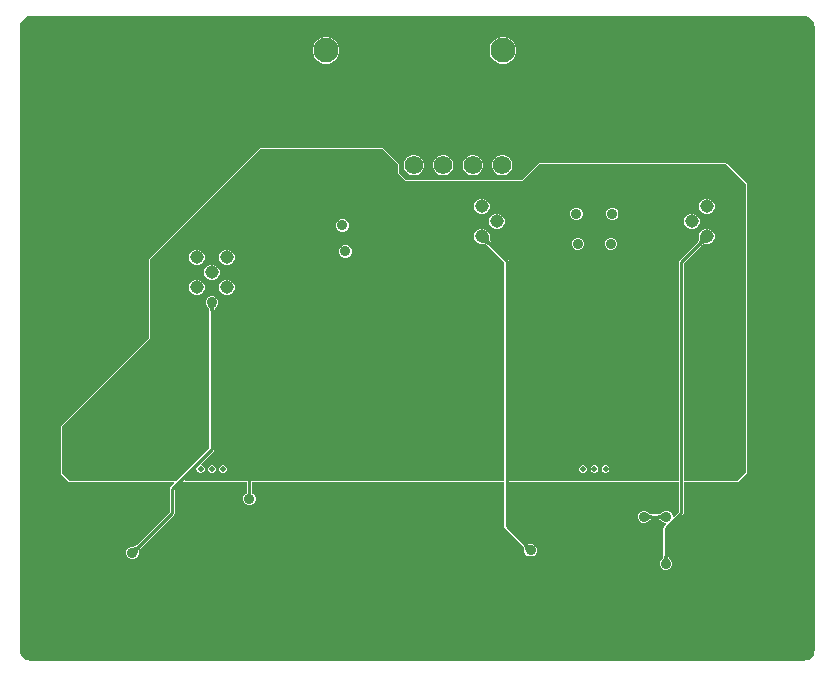
<source format=gbr>
%TF.GenerationSoftware,Altium Limited,Altium Designer,24.1.2 (44)*%
G04 Layer_Physical_Order=4*
G04 Layer_Color=16711680*
%FSLAX45Y45*%
%MOMM*%
%TF.SameCoordinates,52D7BD39-7FF0-4AB0-A2C0-E3239692A872*%
%TF.FilePolarity,Positive*%
%TF.FileFunction,Copper,L4,Bot,Signal*%
%TF.Part,Single*%
G01*
G75*
%TA.AperFunction,Conductor*%
%ADD29C,0.25400*%
%TA.AperFunction,ComponentPad*%
%ADD32C,1.56000*%
%ADD33C,2.10000*%
%TA.AperFunction,ViaPad*%
%ADD34C,0.88900*%
%ADD35C,1.14300*%
%ADD36C,0.50000*%
G36*
X16209435Y11260996D02*
X16227927Y11253337D01*
X16244566Y11242218D01*
X16258717Y11228066D01*
X16269836Y11211426D01*
X16277496Y11192935D01*
X16281400Y11173307D01*
Y11163300D01*
Y5905500D01*
Y5895493D01*
X16277496Y5875864D01*
X16269836Y5857374D01*
X16258717Y5840734D01*
X16244566Y5826582D01*
X16227927Y5815463D01*
X16209435Y5807804D01*
X16189807Y5803900D01*
X9641993D01*
X9622364Y5807804D01*
X9603874Y5815463D01*
X9587234Y5826582D01*
X9573082Y5840734D01*
X9561963Y5857374D01*
X9554304Y5875864D01*
X9550400Y5895493D01*
Y5905500D01*
Y11163300D01*
Y11173307D01*
X9554304Y11192935D01*
X9561963Y11211426D01*
X9573082Y11228066D01*
X9587234Y11242218D01*
X9603874Y11253337D01*
X9622364Y11260996D01*
X9641993Y11264900D01*
X16189807D01*
X16209435Y11260996D01*
D02*
G37*
%LPC*%
G36*
X13654626Y11085420D02*
X13624973D01*
X13596330Y11077745D01*
X13570650Y11062918D01*
X13549683Y11041950D01*
X13534856Y11016270D01*
X13527180Y10987627D01*
Y10957973D01*
X13534856Y10929330D01*
X13549683Y10903650D01*
X13570650Y10882682D01*
X13596330Y10867855D01*
X13624973Y10860180D01*
X13654626D01*
X13683270Y10867855D01*
X13708949Y10882682D01*
X13729918Y10903650D01*
X13744745Y10929330D01*
X13752420Y10957973D01*
Y10987627D01*
X13744745Y11016270D01*
X13729918Y11041950D01*
X13708949Y11062918D01*
X13683270Y11077745D01*
X13654626Y11085420D01*
D02*
G37*
G36*
X12157127D02*
X12127473D01*
X12098830Y11077745D01*
X12073150Y11062918D01*
X12052182Y11041950D01*
X12037355Y11016270D01*
X12029680Y10987627D01*
Y10957973D01*
X12037355Y10929330D01*
X12052182Y10903650D01*
X12073150Y10882682D01*
X12098830Y10867855D01*
X12127473Y10860180D01*
X12157127D01*
X12185770Y10867855D01*
X12211450Y10882682D01*
X12232419Y10903650D01*
X12247245Y10929330D01*
X12254920Y10957973D01*
Y10987627D01*
X12247245Y11016270D01*
X12232419Y11041950D01*
X12211450Y11062918D01*
X12185770Y11077745D01*
X12157127Y11085420D01*
D02*
G37*
G36*
X13646072Y10085920D02*
X13623528D01*
X13601752Y10080085D01*
X13582228Y10068813D01*
X13566287Y10052872D01*
X13555016Y10033348D01*
X13549181Y10011572D01*
Y9989028D01*
X13555016Y9967252D01*
X13566287Y9947728D01*
X13582228Y9931787D01*
X13601752Y9920515D01*
X13623528Y9914680D01*
X13646072D01*
X13667848Y9920515D01*
X13687372Y9931787D01*
X13703313Y9947728D01*
X13714584Y9967252D01*
X13720419Y9989028D01*
Y10011572D01*
X13714584Y10033348D01*
X13703313Y10052872D01*
X13687372Y10068813D01*
X13667848Y10080085D01*
X13646072Y10085920D01*
D02*
G37*
G36*
X13396072D02*
X13373528D01*
X13351752Y10080085D01*
X13332228Y10068813D01*
X13316287Y10052872D01*
X13305016Y10033348D01*
X13299181Y10011572D01*
Y9989028D01*
X13305016Y9967252D01*
X13316287Y9947728D01*
X13332228Y9931787D01*
X13351752Y9920515D01*
X13373528Y9914680D01*
X13396072D01*
X13417848Y9920515D01*
X13437372Y9931787D01*
X13453313Y9947728D01*
X13464584Y9967252D01*
X13470419Y9989028D01*
Y10011572D01*
X13464584Y10033348D01*
X13453313Y10052872D01*
X13437372Y10068813D01*
X13417848Y10080085D01*
X13396072Y10085920D01*
D02*
G37*
G36*
X13146072D02*
X13123528D01*
X13101752Y10080085D01*
X13082228Y10068813D01*
X13066287Y10052872D01*
X13055016Y10033348D01*
X13049181Y10011572D01*
Y9989028D01*
X13055016Y9967252D01*
X13066287Y9947728D01*
X13082228Y9931787D01*
X13101752Y9920515D01*
X13123528Y9914680D01*
X13146072D01*
X13167848Y9920515D01*
X13187372Y9931787D01*
X13203313Y9947728D01*
X13214584Y9967252D01*
X13220419Y9989028D01*
Y10011572D01*
X13214584Y10033348D01*
X13203313Y10052872D01*
X13187372Y10068813D01*
X13167848Y10080085D01*
X13146072Y10085920D01*
D02*
G37*
G36*
X12896072D02*
X12873528D01*
X12851752Y10080085D01*
X12832228Y10068813D01*
X12816287Y10052872D01*
X12805016Y10033348D01*
X12799180Y10011572D01*
Y9989028D01*
X12805016Y9967252D01*
X12816287Y9947728D01*
X12832228Y9931787D01*
X12851752Y9920515D01*
X12873528Y9914680D01*
X12896072D01*
X12917848Y9920515D01*
X12937372Y9931787D01*
X12953313Y9947728D01*
X12964584Y9967252D01*
X12970419Y9989028D01*
Y10011572D01*
X12964584Y10033348D01*
X12953313Y10052872D01*
X12937372Y10068813D01*
X12917848Y10080085D01*
X12896072Y10085920D01*
D02*
G37*
G36*
X12623800Y10142848D02*
X11582400D01*
X11576568Y10140432D01*
X10649468Y9213332D01*
X10647052Y9207500D01*
Y8537816D01*
X9900168Y7790932D01*
X9897752Y7785100D01*
Y7391400D01*
X9900168Y7385568D01*
X9963668Y7322068D01*
X9969500Y7319652D01*
X10852186D01*
X10857047Y7307919D01*
X10824800Y7275672D01*
X10820309Y7268951D01*
X10818731Y7261022D01*
X10818732Y7261021D01*
Y7063431D01*
X10537837Y6782536D01*
X10537350Y6782361D01*
X10534767Y6780013D01*
X10532275Y6778145D01*
X10529571Y6776492D01*
X10526637Y6775045D01*
X10523453Y6773807D01*
X10520003Y6772782D01*
X10516281Y6771980D01*
X10512277Y6771409D01*
X10507993Y6771079D01*
X10503199Y6770994D01*
X10501764Y6770370D01*
X10492543D01*
X10473405Y6762443D01*
X10458757Y6747795D01*
X10450830Y6728657D01*
Y6707943D01*
X10458757Y6688805D01*
X10473405Y6674157D01*
X10492543Y6666230D01*
X10513257D01*
X10532395Y6674157D01*
X10547043Y6688805D01*
X10554970Y6707943D01*
Y6717164D01*
X10555594Y6718599D01*
X10555679Y6723393D01*
X10556009Y6727677D01*
X10556580Y6731681D01*
X10557382Y6735404D01*
X10558407Y6738853D01*
X10559645Y6742037D01*
X10561092Y6744971D01*
X10562746Y6747676D01*
X10564612Y6750167D01*
X10566961Y6752750D01*
X10567136Y6753237D01*
X10854099Y7040199D01*
X10854100Y7040200D01*
X10858591Y7046921D01*
X10860168Y7054850D01*
X10860168Y7054851D01*
Y7252440D01*
X10932068Y7324340D01*
X10941230Y7323834D01*
X10946389Y7322068D01*
X10947904Y7321440D01*
X10949064Y7320280D01*
X10950705D01*
X10952221Y7319652D01*
X11472782D01*
Y7223278D01*
X11464005Y7219643D01*
X11449357Y7204995D01*
X11441430Y7185857D01*
Y7165143D01*
X11449357Y7146005D01*
X11464005Y7131357D01*
X11483143Y7123430D01*
X11503857D01*
X11522995Y7131357D01*
X11537643Y7146005D01*
X11545570Y7165143D01*
Y7185857D01*
X11537643Y7204995D01*
X11522995Y7219643D01*
X11514218Y7223278D01*
Y7319652D01*
X13649734D01*
Y6943639D01*
X13649734Y6943638D01*
X13651312Y6935710D01*
X13655803Y6928988D01*
X13809808Y6774982D01*
X13809984Y6774495D01*
X13812334Y6771913D01*
X13814200Y6769420D01*
X13815854Y6766717D01*
X13817300Y6763783D01*
X13818539Y6760598D01*
X13819563Y6757148D01*
X13820366Y6753427D01*
X13820937Y6749422D01*
X13821268Y6745138D01*
X13821352Y6740345D01*
X13821976Y6738910D01*
Y6729688D01*
X13829903Y6710550D01*
X13844550Y6695903D01*
X13863689Y6687975D01*
X13884402D01*
X13903542Y6695903D01*
X13918188Y6710550D01*
X13926115Y6729688D01*
Y6750403D01*
X13918188Y6769541D01*
X13903542Y6784188D01*
X13884402Y6792115D01*
X13875182D01*
X13873746Y6792740D01*
X13868953Y6792824D01*
X13864668Y6793154D01*
X13860664Y6793725D01*
X13856943Y6794527D01*
X13853493Y6795553D01*
X13850308Y6796791D01*
X13847374Y6798237D01*
X13844670Y6799892D01*
X13842178Y6801758D01*
X13839597Y6804107D01*
X13839108Y6804282D01*
X13691171Y6952220D01*
Y7319652D01*
X15130382D01*
Y7067083D01*
X15087903Y7024605D01*
X15076170Y7029465D01*
Y7033457D01*
X15068243Y7052595D01*
X15053595Y7067243D01*
X15034457Y7075170D01*
X15013744D01*
X14994604Y7067243D01*
X14988084Y7060722D01*
X14986629Y7060149D01*
X14983180Y7056821D01*
X14979916Y7054023D01*
X14976682Y7051595D01*
X14973483Y7049531D01*
X14970319Y7047816D01*
X14967192Y7046441D01*
X14964090Y7045387D01*
X14961011Y7044646D01*
X14957928Y7044204D01*
X14954442Y7044038D01*
X14953973Y7043818D01*
X14903728D01*
X14903258Y7044039D01*
X14899770Y7044204D01*
X14896690Y7044646D01*
X14893607Y7045388D01*
X14890508Y7046441D01*
X14887383Y7047816D01*
X14884216Y7049531D01*
X14881020Y7051595D01*
X14877786Y7054021D01*
X14874519Y7056821D01*
X14871072Y7060149D01*
X14869615Y7060722D01*
X14863095Y7067243D01*
X14843958Y7075170D01*
X14823244D01*
X14804105Y7067243D01*
X14789458Y7052595D01*
X14781531Y7033457D01*
Y7012743D01*
X14789458Y6993605D01*
X14804105Y6978957D01*
X14823244Y6971030D01*
X14843958D01*
X14863095Y6978957D01*
X14869615Y6985478D01*
X14871072Y6986051D01*
X14874519Y6989379D01*
X14877785Y6992177D01*
X14881020Y6994605D01*
X14884216Y6996669D01*
X14887383Y6998384D01*
X14890508Y6999759D01*
X14893610Y7000813D01*
X14896690Y7001554D01*
X14899771Y7001996D01*
X14903258Y7002162D01*
X14903726Y7002382D01*
X14953973D01*
X14954442Y7002161D01*
X14957930Y7001996D01*
X14961009Y7001554D01*
X14964093Y7000812D01*
X14967192Y6999759D01*
X14970319Y6998384D01*
X14973483Y6996669D01*
X14976682Y6994605D01*
X14979913Y6992179D01*
X14983180Y6989379D01*
X14986629Y6986051D01*
X14988084Y6985478D01*
X14994604Y6978957D01*
X15013744Y6971030D01*
X15017735D01*
X15022595Y6959297D01*
X15005295Y6941996D01*
X15000804Y6935275D01*
X14999226Y6927346D01*
X14999226Y6927345D01*
Y6694792D01*
X14999007Y6694323D01*
X14998840Y6690835D01*
X14998399Y6687756D01*
X14997656Y6684672D01*
X14996603Y6681574D01*
X14995229Y6678448D01*
X14993513Y6675283D01*
X14991449Y6672084D01*
X14989023Y6668851D01*
X14986224Y6665585D01*
X14982896Y6662137D01*
X14982323Y6660681D01*
X14975803Y6654160D01*
X14967876Y6635023D01*
Y6614308D01*
X14975803Y6595170D01*
X14990450Y6580523D01*
X15009587Y6572595D01*
X15030302D01*
X15049440Y6580523D01*
X15064087Y6595170D01*
X15072015Y6614308D01*
Y6635023D01*
X15064087Y6654160D01*
X15057567Y6660681D01*
X15056995Y6662137D01*
X15053665Y6665585D01*
X15050868Y6668849D01*
X15048441Y6672084D01*
X15046376Y6675283D01*
X15044661Y6678448D01*
X15043286Y6681573D01*
X15042232Y6684675D01*
X15041492Y6687755D01*
X15041049Y6690836D01*
X15040883Y6694323D01*
X15040663Y6694791D01*
Y6918764D01*
X15165750Y7043852D01*
X15170241Y7050573D01*
X15171819Y7058502D01*
X15171819Y7058503D01*
Y7319652D01*
X15621001D01*
X15626833Y7322068D01*
X15703032Y7398268D01*
X15705447Y7404100D01*
Y9842500D01*
X15703032Y9848332D01*
X15537932Y10013432D01*
X15532100Y10015848D01*
X13944600D01*
X13938768Y10013432D01*
X13801485Y9876148D01*
X12817715D01*
X12759048Y9934816D01*
Y10007600D01*
X12756632Y10013432D01*
X12629632Y10140432D01*
X12623800Y10142848D01*
D02*
G37*
%LPD*%
G36*
X15366428Y9340853D02*
X15359006Y9340767D01*
X15345502Y9339620D01*
X15339421Y9338559D01*
X15333788Y9337174D01*
X15328603Y9335463D01*
X15323865Y9333428D01*
X15319572Y9331068D01*
X15315729Y9328382D01*
X15312334Y9325372D01*
X15294373Y9343333D01*
X15297382Y9346729D01*
X15300069Y9350573D01*
X15302428Y9354864D01*
X15304463Y9359602D01*
X15306174Y9364788D01*
X15307559Y9370421D01*
X15308620Y9376502D01*
X15309357Y9383030D01*
X15309767Y9390006D01*
X15309853Y9397428D01*
X15366428Y9340853D01*
D02*
G37*
G36*
X13519234Y9390006D02*
X13520380Y9376502D01*
X13521442Y9370421D01*
X13522826Y9364788D01*
X13524538Y9359602D01*
X13526572Y9354864D01*
X13528932Y9350573D01*
X13531618Y9346729D01*
X13534628Y9343333D01*
X13516667Y9325372D01*
X13513271Y9328382D01*
X13509427Y9331068D01*
X13505136Y9333428D01*
X13500398Y9335463D01*
X13495212Y9337174D01*
X13489578Y9338559D01*
X13483498Y9339620D01*
X13476970Y9340356D01*
X13469994Y9340767D01*
X13462572Y9340853D01*
X13519147Y9397428D01*
X13519234Y9390006D01*
D02*
G37*
G36*
X11203616Y8803832D02*
X11200486Y8800179D01*
X11197723Y8796498D01*
X11195329Y8792788D01*
X11193304Y8789050D01*
X11191646Y8785284D01*
X11190357Y8781489D01*
X11189437Y8777665D01*
X11188884Y8773813D01*
X11188700Y8769933D01*
X11163300D01*
X11163116Y8773813D01*
X11162563Y8777665D01*
X11161643Y8781489D01*
X11160354Y8785284D01*
X11158696Y8789050D01*
X11156671Y8792788D01*
X11154277Y8796498D01*
X11151514Y8800179D01*
X11148384Y8803832D01*
X11144885Y8807456D01*
X11207115D01*
X11203616Y8803832D01*
D02*
G37*
G36*
X12750800Y10007600D02*
Y9931400D01*
X12814301Y9867900D01*
X13804900D01*
X13944600Y10007600D01*
X15532100D01*
X15697200Y9842500D01*
Y7404100D01*
X15621001Y7327900D01*
X15171819D01*
Y9173518D01*
X15317339Y9319040D01*
X15317804Y9319200D01*
X15320844Y9321894D01*
X15323936Y9324055D01*
X15327489Y9326009D01*
X15331528Y9327743D01*
X15336069Y9329241D01*
X15341116Y9330482D01*
X15346564Y9331433D01*
X15359404Y9332523D01*
X15366524Y9332605D01*
X15367984Y9333230D01*
X15379884D01*
X15403690Y9343091D01*
X15421909Y9361311D01*
X15431770Y9385116D01*
Y9410884D01*
X15421909Y9434689D01*
X15403690Y9452909D01*
X15379884Y9462770D01*
X15354115D01*
X15330312Y9452909D01*
X15312091Y9434689D01*
X15302229Y9410884D01*
Y9398984D01*
X15301605Y9397524D01*
X15301521Y9390296D01*
X15301135Y9383736D01*
X15300452Y9377673D01*
X15299483Y9372117D01*
X15298241Y9367069D01*
X15296742Y9362527D01*
X15295007Y9358488D01*
X15293053Y9354934D01*
X15290894Y9351842D01*
X15288200Y9348804D01*
X15288040Y9348339D01*
X15136450Y9196750D01*
X15131960Y9190029D01*
X15130382Y9182100D01*
X15130382Y9182099D01*
Y7327900D01*
X13691171D01*
Y9189547D01*
X13689594Y9197476D01*
X13685103Y9204197D01*
X13685101Y9204197D01*
X13540961Y9348339D01*
X13540800Y9348804D01*
X13538106Y9351843D01*
X13535945Y9354936D01*
X13533990Y9358489D01*
X13532257Y9362527D01*
X13530759Y9367069D01*
X13529518Y9372116D01*
X13528568Y9377563D01*
X13527477Y9390404D01*
X13527396Y9397524D01*
X13526770Y9398984D01*
Y9410884D01*
X13516908Y9434689D01*
X13498689Y9452909D01*
X13474884Y9462770D01*
X13449117D01*
X13425311Y9452909D01*
X13407091Y9434689D01*
X13397231Y9410884D01*
Y9385116D01*
X13407091Y9361311D01*
X13425311Y9343091D01*
X13449117Y9333230D01*
X13461015D01*
X13462476Y9332605D01*
X13469704Y9332522D01*
X13476263Y9332135D01*
X13482327Y9331452D01*
X13487883Y9330483D01*
X13492931Y9329241D01*
X13497473Y9327743D01*
X13501512Y9326008D01*
X13505066Y9324053D01*
X13508157Y9321893D01*
X13511195Y9319200D01*
X13511661Y9319040D01*
X13649734Y9180965D01*
Y7327900D01*
X10952221D01*
X10947361Y7339633D01*
X11035680Y7427952D01*
X11048380Y7423011D01*
X11053346Y7411022D01*
X11062522Y7401846D01*
X11074512Y7396880D01*
X11087488D01*
X11099478Y7401846D01*
X11108654Y7411022D01*
X11113620Y7423012D01*
Y7435988D01*
X11108654Y7447978D01*
X11099478Y7457154D01*
X11087489Y7462120D01*
X11082548Y7474820D01*
X11190649Y7582922D01*
X11190650Y7582922D01*
X11195141Y7589644D01*
X11196718Y7597572D01*
Y8769073D01*
X11196939Y8769542D01*
X11197104Y8773030D01*
X11197546Y8776109D01*
X11198288Y8779193D01*
X11199341Y8782292D01*
X11200716Y8785418D01*
X11202431Y8788583D01*
X11204495Y8791781D01*
X11206921Y8795014D01*
X11209721Y8798280D01*
X11213049Y8801728D01*
X11213622Y8803185D01*
X11220143Y8809705D01*
X11228070Y8828843D01*
Y8849557D01*
X11220143Y8868695D01*
X11205495Y8883343D01*
X11186357Y8891270D01*
X11165643D01*
X11146505Y8883343D01*
X11131857Y8868695D01*
X11123930Y8849557D01*
Y8828843D01*
X11131857Y8809705D01*
X11138378Y8803185D01*
X11138951Y8801728D01*
X11142279Y8798280D01*
X11145077Y8795016D01*
X11147505Y8791781D01*
X11149569Y8788583D01*
X11151284Y8785418D01*
X11152659Y8782292D01*
X11153713Y8779190D01*
X11154454Y8776110D01*
X11154896Y8773029D01*
X11155062Y8769542D01*
X11155282Y8769074D01*
Y7606154D01*
X10877028Y7327900D01*
X9969500D01*
X9906000Y7391400D01*
Y7785100D01*
X10655300Y8534400D01*
Y9207500D01*
X11582400Y10134600D01*
X12623800D01*
X12750800Y10007600D01*
D02*
G37*
G36*
X14992355Y6991985D02*
X14988731Y6995484D01*
X14985078Y6998614D01*
X14981398Y7001377D01*
X14977689Y7003771D01*
X14973950Y7005796D01*
X14970184Y7007454D01*
X14966389Y7008743D01*
X14962566Y7009663D01*
X14958713Y7010216D01*
X14954832Y7010400D01*
Y7035800D01*
X14958713Y7035984D01*
X14962566Y7036537D01*
X14966389Y7037457D01*
X14970184Y7038746D01*
X14973950Y7040404D01*
X14977689Y7042429D01*
X14981398Y7044823D01*
X14985078Y7047586D01*
X14988731Y7050716D01*
X14992355Y7054215D01*
Y6991985D01*
D02*
G37*
G36*
X14868968Y7050716D02*
X14872621Y7047586D01*
X14876302Y7044823D01*
X14880013Y7042429D01*
X14883749Y7040404D01*
X14887515Y7038746D01*
X14891312Y7037457D01*
X14895135Y7036537D01*
X14898987Y7035984D01*
X14902867Y7035800D01*
Y7010400D01*
X14898987Y7010216D01*
X14895135Y7009663D01*
X14891312Y7008743D01*
X14887515Y7007454D01*
X14883749Y7005796D01*
X14880013Y7003771D01*
X14876302Y7001377D01*
X14872621Y6998614D01*
X14868968Y6995484D01*
X14865344Y6991985D01*
Y7054215D01*
X14868968Y7050716D01*
D02*
G37*
G36*
X13836922Y6795391D02*
X13840034Y6793058D01*
X13843390Y6791006D01*
X13846985Y6789234D01*
X13850819Y6787742D01*
X13854897Y6786531D01*
X13859212Y6785601D01*
X13863768Y6784951D01*
X13868564Y6784582D01*
X13873601Y6784493D01*
X13829597Y6740490D01*
X13829509Y6745527D01*
X13829140Y6750323D01*
X13828490Y6754880D01*
X13827560Y6759196D01*
X13826349Y6763271D01*
X13824858Y6767106D01*
X13823085Y6770701D01*
X13821033Y6774056D01*
X13818700Y6777170D01*
X13816086Y6780044D01*
X13834047Y6798005D01*
X13836922Y6795391D01*
D02*
G37*
G36*
X10560859Y6758299D02*
X10558246Y6755425D01*
X10555913Y6752311D01*
X10553860Y6748956D01*
X10552088Y6745361D01*
X10550597Y6741526D01*
X10549386Y6737450D01*
X10548455Y6733134D01*
X10547806Y6728578D01*
X10547436Y6723781D01*
X10547348Y6718744D01*
X10503345Y6762748D01*
X10508381Y6762836D01*
X10513178Y6763206D01*
X10517734Y6763855D01*
X10522050Y6764786D01*
X10526126Y6765997D01*
X10529961Y6767488D01*
X10533556Y6769260D01*
X10536911Y6771313D01*
X10540025Y6773646D01*
X10542899Y6776259D01*
X10560859Y6758299D01*
D02*
G37*
G36*
X15032829Y6690052D02*
X15033382Y6686200D01*
X15034302Y6682377D01*
X15035591Y6678582D01*
X15037250Y6674815D01*
X15039275Y6671077D01*
X15041669Y6667367D01*
X15044431Y6663686D01*
X15047562Y6660033D01*
X15051060Y6656409D01*
X14988831D01*
X14992329Y6660033D01*
X14995459Y6663686D01*
X14998221Y6667367D01*
X15000615Y6671077D01*
X15002641Y6674815D01*
X15004298Y6678582D01*
X15005586Y6682377D01*
X15006508Y6686200D01*
X15007060Y6690052D01*
X15007245Y6693932D01*
X15032645D01*
X15032829Y6690052D01*
D02*
G37*
%LPC*%
G36*
X15379884Y9716770D02*
X15354115D01*
X15330312Y9706909D01*
X15312091Y9688689D01*
X15302229Y9664884D01*
Y9639116D01*
X15312091Y9615311D01*
X15330312Y9597091D01*
X15354115Y9587230D01*
X15379884D01*
X15403690Y9597091D01*
X15421909Y9615311D01*
X15431770Y9639116D01*
Y9664884D01*
X15421909Y9688689D01*
X15403690Y9706909D01*
X15379884Y9716770D01*
D02*
G37*
G36*
X13474884D02*
X13449117D01*
X13425311Y9706909D01*
X13407091Y9688689D01*
X13397231Y9664884D01*
Y9639116D01*
X13407091Y9615311D01*
X13425311Y9597091D01*
X13449117Y9587230D01*
X13474884D01*
X13498689Y9597091D01*
X13516908Y9615311D01*
X13526770Y9639116D01*
Y9664884D01*
X13516908Y9688689D01*
X13498689Y9706909D01*
X13474884Y9716770D01*
D02*
G37*
G36*
X14576556Y9640570D02*
X14555843D01*
X14536705Y9632643D01*
X14522057Y9617995D01*
X14514130Y9598857D01*
Y9578143D01*
X14522057Y9559005D01*
X14536705Y9544357D01*
X14555843Y9536430D01*
X14576556D01*
X14595695Y9544357D01*
X14610342Y9559005D01*
X14618269Y9578143D01*
Y9598857D01*
X14610342Y9617995D01*
X14595695Y9632643D01*
X14576556Y9640570D01*
D02*
G37*
G36*
X14273157D02*
X14252443D01*
X14233305Y9632643D01*
X14218657Y9617995D01*
X14210730Y9598857D01*
Y9578143D01*
X14218657Y9559005D01*
X14233305Y9544357D01*
X14252443Y9536430D01*
X14273157D01*
X14292294Y9544357D01*
X14306943Y9559005D01*
X14314870Y9578143D01*
Y9598857D01*
X14306943Y9617995D01*
X14292294Y9632643D01*
X14273157Y9640570D01*
D02*
G37*
G36*
X15252884Y9589770D02*
X15227116D01*
X15203311Y9579909D01*
X15185091Y9561689D01*
X15175230Y9537884D01*
Y9512116D01*
X15185091Y9488311D01*
X15203311Y9470091D01*
X15227116Y9460230D01*
X15252884D01*
X15276689Y9470091D01*
X15294910Y9488311D01*
X15304770Y9512116D01*
Y9537884D01*
X15294910Y9561689D01*
X15276689Y9579909D01*
X15252884Y9589770D01*
D02*
G37*
G36*
X13601884D02*
X13576115D01*
X13552312Y9579909D01*
X13534091Y9561689D01*
X13524229Y9537884D01*
Y9512116D01*
X13534091Y9488311D01*
X13552312Y9470091D01*
X13576115Y9460230D01*
X13601884D01*
X13625690Y9470091D01*
X13643909Y9488311D01*
X13653770Y9512116D01*
Y9537884D01*
X13643909Y9561689D01*
X13625690Y9579909D01*
X13601884Y9589770D01*
D02*
G37*
G36*
X12291657Y9543296D02*
X12270943D01*
X12251805Y9535368D01*
X12237157Y9520721D01*
X12229230Y9501583D01*
Y9480868D01*
X12237157Y9461730D01*
X12251805Y9447083D01*
X12270943Y9439156D01*
X12291657D01*
X12310795Y9447083D01*
X12325443Y9461730D01*
X12333370Y9480868D01*
Y9501583D01*
X12325443Y9520721D01*
X12310795Y9535368D01*
X12291657Y9543296D01*
D02*
G37*
G36*
X14564557Y9386570D02*
X14543843D01*
X14524706Y9378643D01*
X14510057Y9363995D01*
X14502130Y9344857D01*
Y9324143D01*
X14510057Y9305005D01*
X14524706Y9290357D01*
X14543843Y9282430D01*
X14564557D01*
X14583694Y9290357D01*
X14598343Y9305005D01*
X14606270Y9324143D01*
Y9344857D01*
X14598343Y9363995D01*
X14583694Y9378643D01*
X14564557Y9386570D01*
D02*
G37*
G36*
X14285156D02*
X14264442D01*
X14245305Y9378643D01*
X14230656Y9363995D01*
X14222729Y9344857D01*
Y9324143D01*
X14230656Y9305005D01*
X14245305Y9290357D01*
X14264442Y9282430D01*
X14285156D01*
X14304295Y9290357D01*
X14318942Y9305005D01*
X14326871Y9324143D01*
Y9344857D01*
X14318942Y9363995D01*
X14304295Y9378643D01*
X14285156Y9386570D01*
D02*
G37*
G36*
X12316657Y9323070D02*
X12295943D01*
X12276805Y9315143D01*
X12262157Y9300495D01*
X12254230Y9281357D01*
Y9260643D01*
X12262157Y9241505D01*
X12276805Y9226857D01*
X12295943Y9218930D01*
X12316657D01*
X12335795Y9226857D01*
X12350443Y9241505D01*
X12358370Y9260643D01*
Y9281357D01*
X12350443Y9300495D01*
X12335795Y9315143D01*
X12316657Y9323070D01*
D02*
G37*
G36*
X11315884Y9284970D02*
X11290116D01*
X11266311Y9275109D01*
X11248091Y9256889D01*
X11238230Y9233084D01*
Y9207316D01*
X11248091Y9183511D01*
X11266311Y9165291D01*
X11290116Y9155430D01*
X11315884D01*
X11339689Y9165291D01*
X11357909Y9183511D01*
X11367770Y9207316D01*
Y9233084D01*
X11357909Y9256889D01*
X11339689Y9275109D01*
X11315884Y9284970D01*
D02*
G37*
G36*
X11061884D02*
X11036116D01*
X11012311Y9275109D01*
X10994091Y9256889D01*
X10984230Y9233084D01*
Y9207316D01*
X10994091Y9183511D01*
X11012311Y9165291D01*
X11036116Y9155430D01*
X11061884D01*
X11085689Y9165291D01*
X11103909Y9183511D01*
X11113770Y9207316D01*
Y9233084D01*
X11103909Y9256889D01*
X11085689Y9275109D01*
X11061884Y9284970D01*
D02*
G37*
G36*
X11188884Y9157970D02*
X11163116D01*
X11139311Y9148109D01*
X11121091Y9129889D01*
X11111230Y9106084D01*
Y9080316D01*
X11121091Y9056511D01*
X11139311Y9038291D01*
X11163116Y9028430D01*
X11188884D01*
X11212689Y9038291D01*
X11230909Y9056511D01*
X11240770Y9080316D01*
Y9106084D01*
X11230909Y9129889D01*
X11212689Y9148109D01*
X11188884Y9157970D01*
D02*
G37*
G36*
X11315884Y9030970D02*
X11290116D01*
X11266311Y9021109D01*
X11248091Y9002889D01*
X11238230Y8979084D01*
Y8953316D01*
X11248091Y8929511D01*
X11266311Y8911291D01*
X11290116Y8901430D01*
X11315884D01*
X11339689Y8911291D01*
X11357909Y8929511D01*
X11367770Y8953316D01*
Y8979084D01*
X11357909Y9002889D01*
X11339689Y9021109D01*
X11315884Y9030970D01*
D02*
G37*
G36*
X11061884D02*
X11036116D01*
X11012311Y9021109D01*
X10994091Y9002889D01*
X10984230Y8979084D01*
Y8953316D01*
X10994091Y8929511D01*
X11012311Y8911291D01*
X11036116Y8901430D01*
X11061884D01*
X11085689Y8911291D01*
X11103909Y8929511D01*
X11113770Y8953316D01*
Y8979084D01*
X11103909Y9002889D01*
X11085689Y9021109D01*
X11061884Y9030970D01*
D02*
G37*
G36*
X14515988Y7462120D02*
X14503012D01*
X14491022Y7457154D01*
X14481847Y7447978D01*
X14476880Y7435988D01*
Y7423012D01*
X14481847Y7411022D01*
X14491022Y7401846D01*
X14503012Y7396880D01*
X14515988D01*
X14527979Y7401846D01*
X14537154Y7411022D01*
X14542120Y7423012D01*
Y7435988D01*
X14537154Y7447978D01*
X14527979Y7457154D01*
X14515988Y7462120D01*
D02*
G37*
G36*
X14420988D02*
X14408012D01*
X14396022Y7457154D01*
X14386845Y7447978D01*
X14381880Y7435988D01*
Y7423012D01*
X14386845Y7411022D01*
X14396022Y7401846D01*
X14408012Y7396880D01*
X14420988D01*
X14432977Y7401846D01*
X14442154Y7411022D01*
X14447121Y7423012D01*
Y7435988D01*
X14442154Y7447978D01*
X14432977Y7457154D01*
X14420988Y7462120D01*
D02*
G37*
G36*
X14325987D02*
X14313013D01*
X14301022Y7457154D01*
X14291846Y7447978D01*
X14286880Y7435988D01*
Y7423012D01*
X14291846Y7411022D01*
X14301022Y7401846D01*
X14313013Y7396880D01*
X14325987D01*
X14337978Y7401846D01*
X14347154Y7411022D01*
X14352119Y7423012D01*
Y7435988D01*
X14347154Y7447978D01*
X14337978Y7457154D01*
X14325987Y7462120D01*
D02*
G37*
G36*
X11277488D02*
X11264512D01*
X11252522Y7457154D01*
X11243346Y7447978D01*
X11238380Y7435988D01*
Y7423012D01*
X11243346Y7411022D01*
X11252522Y7401846D01*
X11264512Y7396880D01*
X11277488D01*
X11289478Y7401846D01*
X11298654Y7411022D01*
X11303620Y7423012D01*
Y7435988D01*
X11298654Y7447978D01*
X11289478Y7457154D01*
X11277488Y7462120D01*
D02*
G37*
G36*
X11182488D02*
X11169512D01*
X11157522Y7457154D01*
X11148346Y7447978D01*
X11143380Y7435988D01*
Y7423012D01*
X11148346Y7411022D01*
X11157522Y7401846D01*
X11169512Y7396880D01*
X11182488D01*
X11194478Y7401846D01*
X11203654Y7411022D01*
X11208620Y7423012D01*
Y7435988D01*
X11203654Y7447978D01*
X11194478Y7457154D01*
X11182488Y7462120D01*
D02*
G37*
%LPD*%
D29*
X11963400Y7454900D02*
X12128500Y7620000D01*
X11906250Y7397750D02*
X11963400Y7454900D01*
X11493500Y7175500D02*
Y7366000D01*
X11525250Y7397750D02*
X11906250D01*
X11493500Y7366000D02*
X11525250Y7397750D01*
X15019945Y6927346D02*
X15151100Y7058502D01*
Y9182100D02*
X15367000Y9398000D01*
X15151100Y7058502D02*
Y9182100D01*
X13670453Y6943638D02*
Y9189547D01*
X13462000Y9398000D02*
X13670453Y9189547D01*
Y6943638D02*
X13874046Y6740045D01*
X15019945Y6624665D02*
Y6927346D01*
X14833600Y7023100D02*
X15024100D01*
X10502900Y6718300D02*
X10839450Y7054850D01*
Y7261022D01*
X11176000Y7597572D01*
Y8839200D01*
D32*
X12134800Y10000300D02*
D03*
X12384800D02*
D03*
X12634800D02*
D03*
X12884801D02*
D03*
X13134801D02*
D03*
X13384801D02*
D03*
X13634801D02*
D03*
X12134800Y10250300D02*
D03*
X12384800D02*
D03*
X12634800D02*
D03*
X12884801D02*
D03*
X13134801D02*
D03*
X13384801D02*
D03*
X13634801D02*
D03*
D33*
X13639799Y10972800D02*
D03*
X12142300D02*
D03*
D34*
X14795500Y6197600D02*
D03*
X14030991Y6183686D02*
D03*
X15239999Y7124700D02*
D03*
X12281300Y9491226D02*
D03*
X12128500Y7620000D02*
D03*
X11493500Y7175500D02*
D03*
X15019945Y6624665D02*
D03*
X13874046Y6740045D02*
D03*
X14922501Y7140599D02*
D03*
X14262801Y9588500D02*
D03*
X14274800Y9334500D02*
D03*
X14554201D02*
D03*
X14566200Y9588500D02*
D03*
X15557500Y7124700D02*
D03*
X13271500D02*
D03*
X13589000D02*
D03*
X13906500Y7139700D02*
D03*
X10067549Y7124700D02*
D03*
X10390275D02*
D03*
X10668000Y7139700D02*
D03*
X11684000D02*
D03*
X11961725Y7124700D02*
D03*
X12284451D02*
D03*
X10045700Y9271000D02*
D03*
X10070700Y9491225D02*
D03*
X12306300Y9271000D02*
D03*
X14922501Y6708100D02*
D03*
X14833600Y7023100D02*
D03*
X15024100D02*
D03*
X14732001Y6688100D02*
D03*
X14097000D02*
D03*
X14287500Y6700750D02*
D03*
X14541499Y6705600D02*
D03*
X10655300Y6718300D02*
D03*
X10960100Y6730950D02*
D03*
X11112500Y6735800D02*
D03*
X11264900Y6718300D02*
D03*
X11570025Y6733300D02*
D03*
X11722100Y6735800D02*
D03*
X11569700Y6553200D02*
D03*
X10915700Y6419850D02*
D03*
X10502900Y6718300D02*
D03*
X11176000Y8839200D02*
D03*
D35*
X15241675Y7454900D02*
D03*
X15559175D02*
D03*
X13590675D02*
D03*
X13273175D02*
D03*
X10391949D02*
D03*
X10069224D02*
D03*
X11963400D02*
D03*
X12280900D02*
D03*
X11303000Y9220200D02*
D03*
X11049000D02*
D03*
X11176000Y9093200D02*
D03*
X11049000Y8966200D02*
D03*
X11303000D02*
D03*
X15367000Y9398000D02*
D03*
X15239999Y9525000D02*
D03*
X15367000Y9652000D02*
D03*
X13462000Y9398000D02*
D03*
X13589000Y9525000D02*
D03*
X13462000Y9652000D02*
D03*
D36*
X11271000Y7429500D02*
D03*
X11176000D02*
D03*
X11081000D02*
D03*
X14414500D02*
D03*
X14509500D02*
D03*
X14319501D02*
D03*
%TF.MD5,b217e8c7a22bc75fdc3d9d64e4cef2b5*%
M02*

</source>
